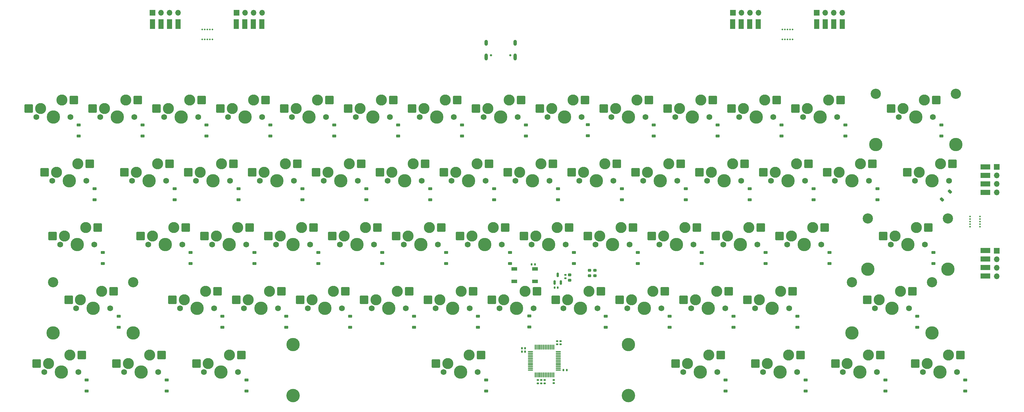
<source format=gbs>
G04 #@! TF.GenerationSoftware,KiCad,Pcbnew,8.0.4*
G04 #@! TF.CreationDate,2025-02-27T13:51:43-05:00*
G04 #@! TF.ProjectId,CustomKeyboard,43757374-6f6d-44b6-9579-626f6172642e,rev?*
G04 #@! TF.SameCoordinates,Original*
G04 #@! TF.FileFunction,Soldermask,Bot*
G04 #@! TF.FilePolarity,Negative*
%FSLAX46Y46*%
G04 Gerber Fmt 4.6, Leading zero omitted, Abs format (unit mm)*
G04 Created by KiCad (PCBNEW 8.0.4) date 2025-02-27 13:51:43*
%MOMM*%
%LPD*%
G01*
G04 APERTURE LIST*
G04 Aperture macros list*
%AMRoundRect*
0 Rectangle with rounded corners*
0 $1 Rounding radius*
0 $2 $3 $4 $5 $6 $7 $8 $9 X,Y pos of 4 corners*
0 Add a 4 corners polygon primitive as box body*
4,1,4,$2,$3,$4,$5,$6,$7,$8,$9,$2,$3,0*
0 Add four circle primitives for the rounded corners*
1,1,$1+$1,$2,$3*
1,1,$1+$1,$4,$5*
1,1,$1+$1,$6,$7*
1,1,$1+$1,$8,$9*
0 Add four rect primitives between the rounded corners*
20,1,$1+$1,$2,$3,$4,$5,0*
20,1,$1+$1,$4,$5,$6,$7,0*
20,1,$1+$1,$6,$7,$8,$9,0*
20,1,$1+$1,$8,$9,$2,$3,0*%
G04 Aperture macros list end*
%ADD10R,3.000000X1.500000*%
%ADD11R,1.500000X3.000000*%
%ADD12O,1.700000X1.700000*%
%ADD13R,1.700000X1.700000*%
%ADD14C,3.048000*%
%ADD15C,3.987800*%
%ADD16C,0.500000*%
%ADD17O,1.000000X1.800000*%
%ADD18O,1.000000X2.100000*%
%ADD19C,0.650000*%
%ADD20C,4.000000*%
%ADD21RoundRect,0.225000X0.375000X-0.225000X0.375000X0.225000X-0.375000X0.225000X-0.375000X-0.225000X0*%
%ADD22C,3.300000*%
%ADD23RoundRect,0.250000X1.025000X1.000000X-1.025000X1.000000X-1.025000X-1.000000X1.025000X-1.000000X0*%
%ADD24C,1.750000*%
%ADD25RoundRect,0.140000X0.170000X-0.140000X0.170000X0.140000X-0.170000X0.140000X-0.170000X-0.140000X0*%
%ADD26RoundRect,0.218750X-0.256250X0.218750X-0.256250X-0.218750X0.256250X-0.218750X0.256250X0.218750X0*%
%ADD27RoundRect,0.140000X-0.170000X0.140000X-0.170000X-0.140000X0.170000X-0.140000X0.170000X0.140000X0*%
%ADD28RoundRect,0.135000X-0.135000X-0.185000X0.135000X-0.185000X0.135000X0.185000X-0.135000X0.185000X0*%
%ADD29RoundRect,0.140000X-0.140000X-0.170000X0.140000X-0.170000X0.140000X0.170000X-0.140000X0.170000X0*%
%ADD30RoundRect,0.150000X0.150000X-0.512500X0.150000X0.512500X-0.150000X0.512500X-0.150000X-0.512500X0*%
%ADD31RoundRect,0.225000X-0.250000X0.225000X-0.250000X-0.225000X0.250000X-0.225000X0.250000X0.225000X0*%
%ADD32R,1.800000X1.100000*%
%ADD33RoundRect,0.140000X0.140000X0.170000X-0.140000X0.170000X-0.140000X-0.170000X0.140000X-0.170000X0*%
%ADD34RoundRect,0.075000X0.075000X-0.662500X0.075000X0.662500X-0.075000X0.662500X-0.075000X-0.662500X0*%
%ADD35RoundRect,0.075000X0.662500X-0.075000X0.662500X0.075000X-0.662500X0.075000X-0.662500X-0.075000X0*%
%ADD36RoundRect,0.225000X0.106066X-0.424264X0.424264X-0.106066X-0.106066X0.424264X-0.424264X0.106066X0*%
G04 APERTURE END LIST*
D10*
X338500000Y-108690000D03*
X338500000Y-111229999D03*
X338500000Y-113770001D03*
X338500000Y-116310000D03*
X338500000Y-83690000D03*
X338500000Y-86229999D03*
X338500000Y-88770001D03*
X338500000Y-91310000D03*
D11*
X288189999Y-41000000D03*
X290729998Y-41000000D03*
X293270000Y-41000000D03*
X295809999Y-41000000D03*
X263189999Y-40999999D03*
X265729998Y-40999999D03*
X268270000Y-40999999D03*
X270809999Y-40999999D03*
X115189998Y-41000000D03*
X117729997Y-41000000D03*
X120269999Y-41000000D03*
X122809998Y-41000000D03*
D12*
X122819999Y-37600000D03*
X120279998Y-37600000D03*
X117739999Y-37600000D03*
D13*
X115199999Y-37600000D03*
X341900000Y-108700000D03*
D12*
X341900000Y-111240000D03*
X341900000Y-113780000D03*
X341900000Y-116320000D03*
D14*
X303474500Y-99060050D03*
D15*
X303474500Y-114270050D03*
D14*
X327350500Y-99060050D03*
D15*
X327350500Y-114270050D03*
D13*
X263199998Y-37600000D03*
D12*
X265739998Y-37600000D03*
X268279997Y-37600000D03*
X270819998Y-37600000D03*
D16*
X333900000Y-101512000D03*
X336900000Y-101512000D03*
X336900000Y-100762000D03*
X333900000Y-100750000D03*
X333900000Y-100000000D03*
X336900000Y-100000000D03*
X333900000Y-99250000D03*
X336900000Y-99250000D03*
X333900000Y-98476000D03*
X336900000Y-98476000D03*
X108012000Y-45600000D03*
X108012000Y-42600000D03*
X107262000Y-42600000D03*
X107250000Y-45600000D03*
X106500000Y-45600000D03*
X106500000Y-42600000D03*
X105750000Y-45600000D03*
X105750000Y-42600000D03*
X104976000Y-45600000D03*
X104976000Y-42600000D03*
D17*
X189680000Y-46625000D03*
D18*
X189680000Y-50805000D03*
D17*
X198320000Y-46625000D03*
D18*
X198320000Y-50805000D03*
D19*
X191110000Y-50305000D03*
X196890000Y-50305000D03*
D14*
X305855750Y-61815000D03*
D15*
X305855750Y-77025000D03*
D14*
X329731750Y-61815000D03*
D15*
X329731750Y-77025000D03*
D12*
X295819998Y-37600000D03*
X293279997Y-37600000D03*
X290739998Y-37600000D03*
D13*
X288199998Y-37600000D03*
D14*
X298712000Y-118110050D03*
D15*
X298712000Y-133320050D03*
D14*
X322588000Y-118110050D03*
D15*
X322588000Y-133320050D03*
D20*
X232068750Y-151984999D03*
D15*
X232068750Y-136745000D03*
D20*
X132056250Y-151984999D03*
D15*
X132056250Y-136745000D03*
D13*
X341900000Y-83700000D03*
D12*
X341900000Y-86240000D03*
X341900000Y-88780000D03*
X341900000Y-91320000D03*
D14*
X60587000Y-118110050D03*
D15*
X60587000Y-133320050D03*
D14*
X84463000Y-118110050D03*
D15*
X84463000Y-133320050D03*
D13*
X90199999Y-37600000D03*
D12*
X92739999Y-37600000D03*
X95279998Y-37600000D03*
X97819999Y-37600000D03*
D16*
X281012000Y-45600000D03*
X281012000Y-42600000D03*
X280262000Y-42600000D03*
X280250000Y-45600000D03*
X279500000Y-45600000D03*
X279500000Y-42600000D03*
X278750000Y-45600000D03*
X278750000Y-42600000D03*
X277976000Y-45600000D03*
X277976000Y-42600000D03*
D21*
X261062500Y-150650000D03*
X261062500Y-147350000D03*
D22*
X125071250Y-120870000D03*
D23*
X128621250Y-120870000D03*
X115171250Y-123410000D03*
D22*
X118721250Y-123410000D03*
D24*
X117451250Y-125950000D03*
D15*
X122531250Y-125950000D03*
D24*
X127611250Y-125950000D03*
D22*
X272708750Y-63720000D03*
D23*
X276258750Y-63720000D03*
X262808750Y-66260000D03*
D22*
X266358750Y-66260000D03*
D24*
X265088750Y-68800000D03*
D15*
X270168750Y-68800000D03*
D24*
X275248750Y-68800000D03*
D21*
X322975000Y-112550000D03*
X322975000Y-109250000D03*
D22*
X301283750Y-82770000D03*
D23*
X304833750Y-82770000D03*
X291383750Y-85310000D03*
D22*
X294933750Y-85310000D03*
D24*
X293663750Y-87850000D03*
D15*
X298743750Y-87850000D03*
D24*
X303823750Y-87850000D03*
D21*
X187243750Y-131600000D03*
X187243750Y-128300000D03*
X230106250Y-93500000D03*
X230106250Y-90200000D03*
X296781250Y-74450000D03*
X296781250Y-71150000D03*
D22*
X184602500Y-139920000D03*
D23*
X188152500Y-139920000D03*
X174702500Y-142460000D03*
D22*
X178252500Y-142460000D03*
D24*
X176982500Y-145000000D03*
D15*
X182062500Y-145000000D03*
D24*
X187142500Y-145000000D03*
D22*
X144121250Y-120870000D03*
D23*
X147671250Y-120870000D03*
X134221250Y-123410000D03*
D22*
X137771250Y-123410000D03*
D24*
X136501250Y-125950000D03*
D15*
X141581250Y-125950000D03*
D24*
X146661250Y-125950000D03*
D22*
X225083750Y-82770000D03*
D23*
X228633750Y-82770000D03*
X215183750Y-85310000D03*
D22*
X218733750Y-85310000D03*
D24*
X217463750Y-87850000D03*
D15*
X222543750Y-87850000D03*
D24*
X227623750Y-87850000D03*
D21*
X130093750Y-131600000D03*
X130093750Y-128300000D03*
X101518750Y-112550000D03*
X101518750Y-109250000D03*
D22*
X191746250Y-101820000D03*
D23*
X195296250Y-101820000D03*
X181846250Y-104360000D03*
D22*
X185396250Y-104360000D03*
D24*
X184126250Y-106900000D03*
D15*
X189206250Y-106900000D03*
D24*
X194286250Y-106900000D03*
D22*
X258421250Y-120870000D03*
D23*
X261971250Y-120870000D03*
X248521250Y-123410000D03*
D22*
X252071250Y-123410000D03*
D24*
X250801250Y-125950000D03*
D15*
X255881250Y-125950000D03*
D24*
X260961250Y-125950000D03*
D25*
X206100000Y-148330000D03*
X206100000Y-147370000D03*
D22*
X320333750Y-63720000D03*
D23*
X323883750Y-63720000D03*
X310433750Y-66260000D03*
D22*
X313983750Y-66260000D03*
D24*
X312713750Y-68800000D03*
D15*
X317793750Y-68800000D03*
D24*
X322873750Y-68800000D03*
D21*
X80087500Y-131600000D03*
X80087500Y-128300000D03*
X239631250Y-74450000D03*
X239631250Y-71150000D03*
D22*
X167933750Y-82770000D03*
D23*
X171483750Y-82770000D03*
X158033750Y-85310000D03*
D22*
X161583750Y-85310000D03*
D24*
X160313750Y-87850000D03*
D15*
X165393750Y-87850000D03*
D24*
X170473750Y-87850000D03*
D22*
X129833750Y-82770000D03*
D23*
X133383750Y-82770000D03*
X119933750Y-85310000D03*
D22*
X123483750Y-85310000D03*
D24*
X122213750Y-87850000D03*
D15*
X127293750Y-87850000D03*
D24*
X132373750Y-87850000D03*
D25*
X209800000Y-148310000D03*
X209800000Y-147350000D03*
D21*
X284875000Y-150650000D03*
X284875000Y-147350000D03*
X192006250Y-93500000D03*
X192006250Y-90200000D03*
D26*
X214550000Y-115962499D03*
X214550000Y-117537501D03*
D22*
X186983750Y-82770000D03*
D23*
X190533750Y-82770000D03*
X177083750Y-85310000D03*
D22*
X180633750Y-85310000D03*
D24*
X179363750Y-87850000D03*
D15*
X184443750Y-87850000D03*
D24*
X189523750Y-87850000D03*
D21*
X120568750Y-112550000D03*
X120568750Y-109250000D03*
D22*
X286996250Y-101820000D03*
D23*
X290546250Y-101820000D03*
X277096250Y-104360000D03*
D22*
X280646250Y-104360000D03*
D24*
X279376250Y-106900000D03*
D15*
X284456250Y-106900000D03*
D24*
X289536250Y-106900000D03*
D22*
X172696250Y-101820000D03*
D23*
X176246250Y-101820000D03*
X162796250Y-104360000D03*
D22*
X166346250Y-104360000D03*
D24*
X165076250Y-106900000D03*
D15*
X170156250Y-106900000D03*
D24*
X175236250Y-106900000D03*
D22*
X96496250Y-101820000D03*
D23*
X100046250Y-101820000D03*
X86596250Y-104360000D03*
D22*
X90146250Y-104360000D03*
D24*
X88876250Y-106900000D03*
D15*
X93956250Y-106900000D03*
D24*
X99036250Y-106900000D03*
D21*
X325356250Y-74450000D03*
X325356250Y-71150000D03*
D22*
X120308750Y-63720000D03*
D23*
X123858750Y-63720000D03*
X110408750Y-66260000D03*
D22*
X113958750Y-66260000D03*
D24*
X112688750Y-68800000D03*
D15*
X117768750Y-68800000D03*
D24*
X122848750Y-68800000D03*
D22*
X82208750Y-63720000D03*
D23*
X85758750Y-63720000D03*
X72308750Y-66260000D03*
D22*
X75858750Y-66260000D03*
D24*
X74588750Y-68800000D03*
D15*
X79668750Y-68800000D03*
D24*
X84748750Y-68800000D03*
D27*
X207100000Y-147370000D03*
X207100000Y-148330000D03*
D22*
X277471250Y-120870000D03*
D23*
X281021250Y-120870000D03*
X267571250Y-123410000D03*
D22*
X271121250Y-123410000D03*
D24*
X269851250Y-125950000D03*
D15*
X274931250Y-125950000D03*
D24*
X280011250Y-125950000D03*
D21*
X318212500Y-131600000D03*
X318212500Y-128300000D03*
D22*
X206033750Y-82770000D03*
D23*
X209583750Y-82770000D03*
X196133750Y-85310000D03*
D22*
X199683750Y-85310000D03*
D24*
X198413750Y-87850000D03*
D15*
X203493750Y-87850000D03*
D24*
X208573750Y-87850000D03*
D22*
X158408750Y-63720000D03*
D23*
X161958750Y-63720000D03*
X148508750Y-66260000D03*
D22*
X152058750Y-66260000D03*
D24*
X150788750Y-68800000D03*
D15*
X155868750Y-68800000D03*
D24*
X160948750Y-68800000D03*
D21*
X75325000Y-112550000D03*
X75325000Y-109250000D03*
X153906250Y-93500000D03*
X153906250Y-90200000D03*
X118187500Y-150650000D03*
X118187500Y-147350000D03*
X168193750Y-131600000D03*
X168193750Y-128300000D03*
D22*
X325096250Y-82770000D03*
D23*
X328646250Y-82770000D03*
X315196250Y-85310000D03*
D22*
X318746250Y-85310000D03*
D24*
X317476250Y-87850000D03*
D15*
X322556250Y-87850000D03*
D24*
X327636250Y-87850000D03*
D22*
X65540000Y-139920000D03*
D23*
X69090000Y-139920000D03*
X55640000Y-142460000D03*
D22*
X59190000Y-142460000D03*
D24*
X57920000Y-145000000D03*
D15*
X63000000Y-145000000D03*
D24*
X68080000Y-145000000D03*
D21*
X287256250Y-93500000D03*
X287256250Y-90200000D03*
D22*
X101258750Y-63720000D03*
D23*
X104808750Y-63720000D03*
X91358750Y-66260000D03*
D22*
X94908750Y-66260000D03*
D24*
X93638750Y-68800000D03*
D15*
X98718750Y-68800000D03*
D24*
X103798750Y-68800000D03*
D21*
X220000000Y-74400000D03*
X220000000Y-71100000D03*
D28*
X203230001Y-112800000D03*
X204249999Y-112800000D03*
D21*
X306306250Y-93500000D03*
X306306250Y-90200000D03*
D22*
X279852500Y-139920000D03*
D23*
X283402500Y-139920000D03*
X269952500Y-142460000D03*
D22*
X273502500Y-142460000D03*
D24*
X272232500Y-145000000D03*
D15*
X277312500Y-145000000D03*
D24*
X282392500Y-145000000D03*
D22*
X303665000Y-139920000D03*
D23*
X307215000Y-139920000D03*
X293765000Y-142460000D03*
D22*
X297315000Y-142460000D03*
D24*
X296045000Y-145000000D03*
D15*
X301125000Y-145000000D03*
D24*
X306205000Y-145000000D03*
D21*
X182481250Y-74450000D03*
X182481250Y-71150000D03*
X177718750Y-112550000D03*
X177718750Y-109250000D03*
X244393750Y-131600000D03*
X244393750Y-128300000D03*
X253918750Y-112550000D03*
X253918750Y-109250000D03*
D22*
X291758750Y-63720000D03*
D23*
X295308750Y-63720000D03*
X281858750Y-66260000D03*
D22*
X285408750Y-66260000D03*
D24*
X284138750Y-68800000D03*
D15*
X289218750Y-68800000D03*
D24*
X294298750Y-68800000D03*
D21*
X202500000Y-131550000D03*
X202500000Y-128250000D03*
D25*
X211850000Y-136710000D03*
X211850000Y-135750000D03*
D22*
X196508750Y-63720000D03*
D23*
X200058750Y-63720000D03*
X186608750Y-66260000D03*
D22*
X190158750Y-66260000D03*
D24*
X188888750Y-68800000D03*
D15*
X193968750Y-68800000D03*
D24*
X199048750Y-68800000D03*
D21*
X106281250Y-74450000D03*
X106281250Y-71150000D03*
X282493750Y-131600000D03*
X282493750Y-128300000D03*
D29*
X200340000Y-137900000D03*
X201300000Y-137900000D03*
D22*
X75065000Y-120870000D03*
D23*
X78615000Y-120870000D03*
X65165000Y-123410000D03*
D22*
X68715000Y-123410000D03*
D24*
X67445000Y-125950000D03*
D15*
X72525000Y-125950000D03*
D24*
X77605000Y-125950000D03*
D22*
X113165000Y-139920000D03*
D23*
X116715000Y-139920000D03*
X103265000Y-142460000D03*
D22*
X106815000Y-142460000D03*
D24*
X105545000Y-145000000D03*
D15*
X110625000Y-145000000D03*
D24*
X115705000Y-145000000D03*
D29*
X210070000Y-119750000D03*
X211030000Y-119750000D03*
D22*
X263183750Y-82770000D03*
D23*
X266733750Y-82770000D03*
X253283750Y-85310000D03*
D22*
X256833750Y-85310000D03*
D24*
X255563750Y-87850000D03*
D15*
X260643750Y-87850000D03*
D24*
X265723750Y-87850000D03*
D22*
X89352500Y-139920000D03*
D23*
X92902500Y-139920000D03*
X79452500Y-142460000D03*
D22*
X83002500Y-142460000D03*
D24*
X81732500Y-145000000D03*
D15*
X86812500Y-145000000D03*
D24*
X91892500Y-145000000D03*
D22*
X267946250Y-101820000D03*
D23*
X271496250Y-101820000D03*
X258046250Y-104360000D03*
D22*
X261596250Y-104360000D03*
D24*
X260326250Y-106900000D03*
D15*
X265406250Y-106900000D03*
D24*
X270486250Y-106900000D03*
D21*
X115806250Y-93500000D03*
X115806250Y-90200000D03*
X125331250Y-74450000D03*
X125331250Y-71150000D03*
D22*
X91733750Y-82770000D03*
D23*
X95283750Y-82770000D03*
X81833750Y-85310000D03*
D22*
X85383750Y-85310000D03*
D24*
X84113750Y-87850000D03*
D15*
X89193750Y-87850000D03*
D24*
X94273750Y-87850000D03*
D21*
X70562500Y-150650000D03*
X70562500Y-147350000D03*
X292018750Y-112550000D03*
X292018750Y-109250000D03*
X96756250Y-93500000D03*
X96756250Y-90200000D03*
D29*
X200340000Y-138900000D03*
X201300000Y-138900000D03*
D22*
X248896250Y-101820000D03*
D23*
X252446250Y-101820000D03*
X238996250Y-104360000D03*
D22*
X242546250Y-104360000D03*
D24*
X241276250Y-106900000D03*
D15*
X246356250Y-106900000D03*
D24*
X251436250Y-106900000D03*
D22*
X282233750Y-82770000D03*
D23*
X285783750Y-82770000D03*
X272333750Y-85310000D03*
D22*
X275883750Y-85310000D03*
D24*
X274613750Y-87850000D03*
D15*
X279693750Y-87850000D03*
D24*
X284773750Y-87850000D03*
D21*
X258681250Y-74450000D03*
X258681250Y-71150000D03*
X134856250Y-93500000D03*
X134856250Y-90200000D03*
X332500000Y-150650000D03*
X332500000Y-147350000D03*
X225343750Y-131600000D03*
X225343750Y-128300000D03*
D30*
X211962499Y-118237500D03*
X210062501Y-118237500D03*
X211012500Y-115962500D03*
D21*
X163431250Y-74450000D03*
X163431250Y-71150000D03*
X158668750Y-112550000D03*
X158668750Y-109250000D03*
D22*
X215558750Y-63720000D03*
D23*
X219108750Y-63720000D03*
X205658750Y-66260000D03*
D22*
X209208750Y-66260000D03*
D24*
X207938750Y-68800000D03*
D15*
X213018750Y-68800000D03*
D24*
X218098750Y-68800000D03*
D21*
X68181250Y-74450000D03*
X68181250Y-71150000D03*
D22*
X317952500Y-101820000D03*
D23*
X321502500Y-101820000D03*
X308052500Y-104360000D03*
D22*
X311602500Y-104360000D03*
D24*
X310332500Y-106900000D03*
D15*
X315412500Y-106900000D03*
D24*
X320492500Y-106900000D03*
D22*
X153646250Y-101820000D03*
D23*
X157196250Y-101820000D03*
X143746250Y-104360000D03*
D22*
X147296250Y-104360000D03*
D24*
X146026250Y-106900000D03*
D15*
X151106250Y-106900000D03*
D24*
X156186250Y-106900000D03*
D22*
X182221250Y-120870000D03*
D23*
X185771250Y-120870000D03*
X172321250Y-123410000D03*
D22*
X175871250Y-123410000D03*
D24*
X174601250Y-125950000D03*
D15*
X179681250Y-125950000D03*
D24*
X184761250Y-125950000D03*
D22*
X220321250Y-120870000D03*
D23*
X223871250Y-120870000D03*
X210421250Y-123410000D03*
D22*
X213971250Y-123410000D03*
D24*
X212701250Y-125950000D03*
D15*
X217781250Y-125950000D03*
D24*
X222861250Y-125950000D03*
D22*
X70302500Y-101820000D03*
D23*
X73852500Y-101820000D03*
X60402500Y-104360000D03*
D22*
X63952500Y-104360000D03*
D24*
X62682500Y-106900000D03*
D15*
X67762500Y-106900000D03*
D24*
X72842500Y-106900000D03*
D21*
X201531250Y-74450000D03*
X201531250Y-71150000D03*
D22*
X210796250Y-101820000D03*
D23*
X214346250Y-101820000D03*
X200896250Y-104360000D03*
D22*
X204446250Y-104360000D03*
D24*
X203176250Y-106900000D03*
D15*
X208256250Y-106900000D03*
D24*
X213336250Y-106900000D03*
D22*
X115546250Y-101820000D03*
D23*
X119096250Y-101820000D03*
X105646250Y-104360000D03*
D22*
X109196250Y-104360000D03*
D24*
X107926250Y-106900000D03*
D15*
X113006250Y-106900000D03*
D24*
X118086250Y-106900000D03*
D22*
X253658750Y-63720000D03*
D23*
X257208750Y-63720000D03*
X243758750Y-66260000D03*
D22*
X247308750Y-66260000D03*
D24*
X246038750Y-68800000D03*
D15*
X251118750Y-68800000D03*
D24*
X256198750Y-68800000D03*
D22*
X234608750Y-63720000D03*
D23*
X238158750Y-63720000D03*
X224708750Y-66260000D03*
D22*
X228258750Y-66260000D03*
D24*
X226988750Y-68800000D03*
D15*
X232068750Y-68800000D03*
D24*
X237148750Y-68800000D03*
D22*
X67921250Y-82770000D03*
D23*
X71471250Y-82770000D03*
X58021250Y-85310000D03*
D22*
X61571250Y-85310000D03*
D24*
X60301250Y-87850000D03*
D15*
X65381250Y-87850000D03*
D24*
X70461250Y-87850000D03*
D21*
X87231250Y-74450000D03*
X87231250Y-71150000D03*
D22*
X327477500Y-139920000D03*
D23*
X331027500Y-139920000D03*
X317577500Y-142460000D03*
D22*
X321127500Y-142460000D03*
D24*
X319857500Y-145000000D03*
D15*
X324937500Y-145000000D03*
D24*
X330017500Y-145000000D03*
D31*
X222100000Y-114625000D03*
X222100000Y-116175000D03*
D22*
X106021250Y-120870000D03*
D23*
X109571250Y-120870000D03*
X96121250Y-123410000D03*
D22*
X99671250Y-123410000D03*
D24*
X98401250Y-125950000D03*
D15*
X103481250Y-125950000D03*
D24*
X108561250Y-125950000D03*
D21*
X272968750Y-112550000D03*
X272968750Y-109250000D03*
X196768750Y-112550000D03*
X196768750Y-109250000D03*
D22*
X110783750Y-82770000D03*
D23*
X114333750Y-82770000D03*
X100883750Y-85310000D03*
D22*
X104433750Y-85310000D03*
D24*
X103163750Y-87850000D03*
D15*
X108243750Y-87850000D03*
D24*
X113323750Y-87850000D03*
D32*
X204250000Y-117900000D03*
X198050000Y-114200000D03*
X204250000Y-114200000D03*
X198050000Y-117900000D03*
D27*
X213250000Y-115962499D03*
X213250000Y-116922499D03*
D22*
X177458750Y-63720000D03*
D23*
X181008750Y-63720000D03*
X167558750Y-66260000D03*
D22*
X171108750Y-66260000D03*
D24*
X169838750Y-68800000D03*
D15*
X174918750Y-68800000D03*
D24*
X179998750Y-68800000D03*
D22*
X201271250Y-120870000D03*
D23*
X204821250Y-120870000D03*
X191371250Y-123410000D03*
D22*
X194921250Y-123410000D03*
D24*
X193651250Y-125950000D03*
D15*
X198731250Y-125950000D03*
D24*
X203811250Y-125950000D03*
D22*
X134596250Y-101820000D03*
D23*
X138146250Y-101820000D03*
X124696250Y-104360000D03*
D22*
X128246250Y-104360000D03*
D24*
X126976250Y-106900000D03*
D15*
X132056250Y-106900000D03*
D24*
X137136250Y-106900000D03*
D21*
X268206250Y-93500000D03*
X268206250Y-90200000D03*
X111043750Y-131600000D03*
X111043750Y-128300000D03*
D22*
X244133750Y-82770000D03*
D23*
X247683750Y-82770000D03*
X234233750Y-85310000D03*
D22*
X237783750Y-85310000D03*
D24*
X236513750Y-87850000D03*
D15*
X241593750Y-87850000D03*
D24*
X246673750Y-87850000D03*
D21*
X263443750Y-131600000D03*
X263443750Y-128300000D03*
D22*
X139358750Y-63720000D03*
D23*
X142908750Y-63720000D03*
X129458750Y-66260000D03*
D22*
X133008750Y-66260000D03*
D24*
X131738750Y-68800000D03*
D15*
X136818750Y-68800000D03*
D24*
X141898750Y-68800000D03*
D33*
X213680000Y-144400000D03*
X212720000Y-144400000D03*
D22*
X163171250Y-120870000D03*
D23*
X166721250Y-120870000D03*
X153271250Y-123410000D03*
D22*
X156821250Y-123410000D03*
D24*
X155551250Y-125950000D03*
D15*
X160631250Y-125950000D03*
D24*
X165711250Y-125950000D03*
D21*
X172956250Y-93500000D03*
X172956250Y-90200000D03*
X211056250Y-93500000D03*
X211056250Y-90200000D03*
D34*
X209787500Y-145812500D03*
X209287500Y-145812500D03*
X208787500Y-145812500D03*
X208287499Y-145812500D03*
X207787500Y-145812500D03*
X207287500Y-145812500D03*
X206787500Y-145812500D03*
X206287500Y-145812500D03*
X205787501Y-145812500D03*
X205287500Y-145812500D03*
X204787500Y-145812500D03*
X204287500Y-145812500D03*
D35*
X202875000Y-144400000D03*
X202875000Y-143900000D03*
X202875000Y-143400000D03*
X202875000Y-142899999D03*
X202875000Y-142400000D03*
X202875000Y-141900000D03*
X202875000Y-141400000D03*
X202875000Y-140900000D03*
X202875000Y-140400001D03*
X202875000Y-139900000D03*
X202875000Y-139400000D03*
X202875000Y-138900000D03*
D34*
X204287500Y-137487500D03*
X204787500Y-137487500D03*
X205287500Y-137487500D03*
X205787501Y-137487500D03*
X206287500Y-137487500D03*
X206787500Y-137487500D03*
X207287500Y-137487500D03*
X207787500Y-137487500D03*
X208287499Y-137487500D03*
X208787500Y-137487500D03*
X209287500Y-137487500D03*
X209787500Y-137487500D03*
D35*
X211200000Y-138900000D03*
X211200000Y-139400000D03*
X211200000Y-139900000D03*
X211200000Y-140400001D03*
X211200000Y-140900000D03*
X211200000Y-141400000D03*
X211200000Y-141900000D03*
X211200000Y-142400000D03*
X211200000Y-142899999D03*
X211200000Y-143400000D03*
X211200000Y-143900000D03*
X211200000Y-144400000D03*
D21*
X234868750Y-112550000D03*
X234868750Y-109250000D03*
D22*
X256040000Y-139920000D03*
D23*
X259590000Y-139920000D03*
X246140000Y-142460000D03*
D22*
X249690000Y-142460000D03*
D24*
X248420000Y-145000000D03*
D15*
X253500000Y-145000000D03*
D24*
X258580000Y-145000000D03*
D21*
X72943750Y-93500000D03*
X72943750Y-90200000D03*
D22*
X148883750Y-82770000D03*
D23*
X152433750Y-82770000D03*
X138983750Y-85310000D03*
D22*
X142533750Y-85310000D03*
D24*
X141263750Y-87850000D03*
D15*
X146343750Y-87850000D03*
D24*
X151423750Y-87850000D03*
D21*
X149143750Y-131600000D03*
X149143750Y-128300000D03*
D22*
X63158750Y-63720000D03*
D23*
X66708750Y-63720000D03*
X53258750Y-66260000D03*
D22*
X56808750Y-66260000D03*
D24*
X55538750Y-68800000D03*
D15*
X60618750Y-68800000D03*
D24*
X65698750Y-68800000D03*
D22*
X229846250Y-101820000D03*
D23*
X233396250Y-101820000D03*
X219946250Y-104360000D03*
D22*
X223496250Y-104360000D03*
D24*
X222226250Y-106900000D03*
D15*
X227306250Y-106900000D03*
D24*
X232386250Y-106900000D03*
D21*
X308687500Y-150650000D03*
X308687500Y-147350000D03*
D22*
X313190000Y-120870000D03*
D23*
X316740000Y-120870000D03*
X303290000Y-123410000D03*
D22*
X306840000Y-123410000D03*
D24*
X305570000Y-125950000D03*
D15*
X310650000Y-125950000D03*
D24*
X315730000Y-125950000D03*
D21*
X249156250Y-93500000D03*
X249156250Y-90200000D03*
X94375000Y-150650000D03*
X94375000Y-147350000D03*
X215818750Y-112550000D03*
X215818750Y-109250000D03*
X189625000Y-150650000D03*
X189625000Y-147350000D03*
X144381250Y-74450000D03*
X144381250Y-71150000D03*
D25*
X210850000Y-136710000D03*
X210850000Y-135750000D03*
X205100000Y-148330000D03*
X205100000Y-147370000D03*
D22*
X239371250Y-120870000D03*
D23*
X242921250Y-120870000D03*
X229471250Y-123410000D03*
D22*
X233021250Y-123410000D03*
D24*
X231751250Y-125950000D03*
D15*
X236831250Y-125950000D03*
D24*
X241911250Y-125950000D03*
D21*
X277731250Y-74450000D03*
X277731250Y-71150000D03*
X139618750Y-112550000D03*
X139618750Y-109250000D03*
D31*
X220500000Y-114625000D03*
X220500000Y-116175000D03*
D36*
X325583274Y-93416726D03*
X327916726Y-91083274D03*
D11*
X97809998Y-40999999D03*
X92729997Y-40999999D03*
X95269999Y-40999999D03*
X90189998Y-40999999D03*
M02*

</source>
